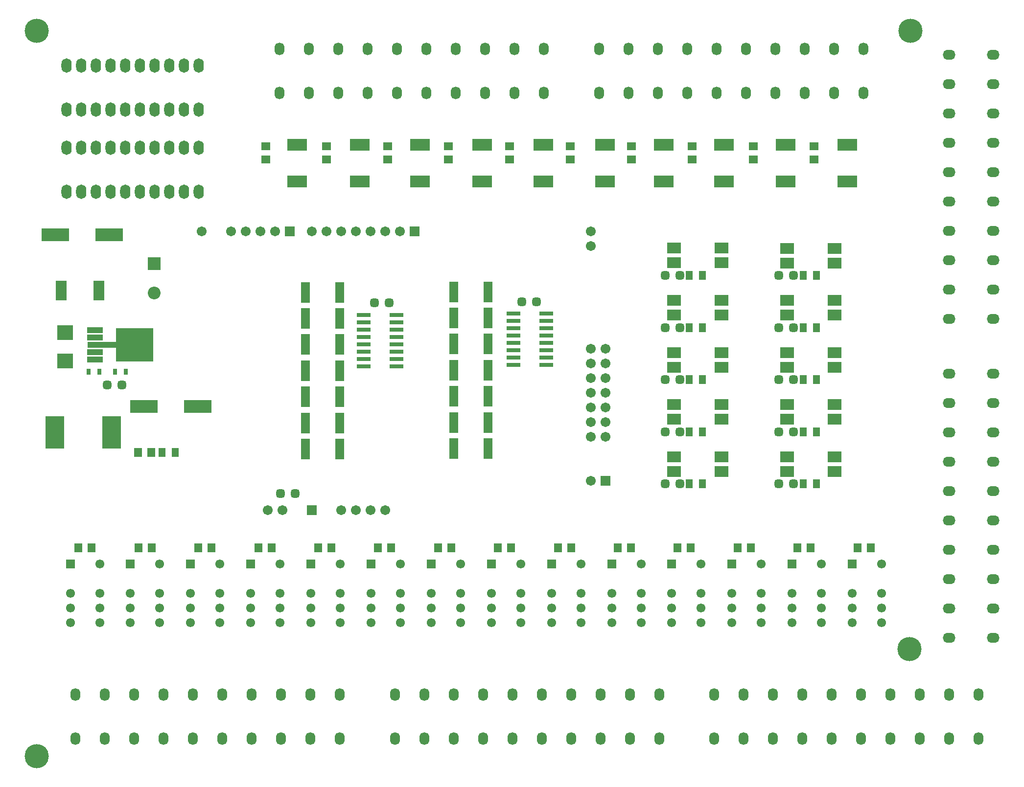
<source format=gts>
G04*
G04 #@! TF.GenerationSoftware,Altium Limited,Altium Designer,20.2.3 (150)*
G04*
G04 Layer_Color=8388736*
%FSTAX24Y24*%
%MOIN*%
G70*
G04*
G04 #@! TF.SameCoordinates,FD17E350-08D3-4DFF-A4DB-8DFB896FC0A1*
G04*
G04*
G04 #@! TF.FilePolarity,Negative*
G04*
G01*
G75*
%ADD39R,0.0780X0.1340*%
%ADD40R,0.1852X0.0907*%
%ADD41R,0.1104X0.0997*%
G04:AMPARAMS|DCode=42|XSize=58mil|YSize=58mil|CornerRadius=16.5mil|HoleSize=0mil|Usage=FLASHONLY|Rotation=180.000|XOffset=0mil|YOffset=0mil|HoleType=Round|Shape=RoundedRectangle|*
%AMROUNDEDRECTD42*
21,1,0.0580,0.0250,0,0,180.0*
21,1,0.0250,0.0580,0,0,180.0*
1,1,0.0330,-0.0125,0.0125*
1,1,0.0330,0.0125,0.0125*
1,1,0.0330,0.0125,-0.0125*
1,1,0.0330,-0.0125,-0.0125*
%
%ADD42ROUNDEDRECTD42*%
%ADD43R,0.0474X0.0630*%
%ADD44R,0.0580X0.0630*%
%ADD45R,0.0630X0.0580*%
%ADD46R,0.1379X0.0789*%
%ADD47R,0.0316X0.0434*%
%ADD48R,0.0946X0.0316*%
%ADD49R,0.1261X0.2206*%
%ADD50R,0.0926X0.0729*%
%ADD51R,0.1072X0.0391*%
%ADD52R,0.2533X0.2273*%
%ADD53R,0.2088X0.0391*%
%ADD54R,0.0608X0.1426*%
%ADD55R,0.0671X0.0671*%
%ADD56C,0.0671*%
%ADD57R,0.0671X0.0671*%
%ADD58C,0.1650*%
%ADD59O,0.0680X0.0867*%
%ADD60O,0.0867X0.0680*%
%ADD61C,0.0867*%
%ADD62R,0.0867X0.0867*%
%ADD63O,0.0700X0.0980*%
%ADD64C,0.0610*%
%ADD65R,0.0610X0.0610*%
D39*
X218183Y140405D02*
D03*
X215643D02*
D03*
D40*
X224928Y132527D02*
D03*
X221258D02*
D03*
X218884Y144227D02*
D03*
X215215D02*
D03*
D41*
X2159Y137543D02*
D03*
Y135637D02*
D03*
D42*
X23055Y1266D02*
D03*
X23155D02*
D03*
X25675Y12725D02*
D03*
X25775D02*
D03*
Y1308D02*
D03*
X25675D02*
D03*
X25775Y13435D02*
D03*
X25675D02*
D03*
Y1379D02*
D03*
X25775D02*
D03*
Y14145D02*
D03*
X25675D02*
D03*
X2645Y1308D02*
D03*
X2655D02*
D03*
Y13435D02*
D03*
X2645D02*
D03*
Y1379D02*
D03*
X2655D02*
D03*
Y14145D02*
D03*
X2645D02*
D03*
Y12725D02*
D03*
X2655D02*
D03*
X21975Y134D02*
D03*
X21875D02*
D03*
X248Y13965D02*
D03*
X247D02*
D03*
X23695Y1396D02*
D03*
X23795D02*
D03*
D43*
X2584Y12725D02*
D03*
X2593D02*
D03*
X2584Y1308D02*
D03*
X2593D02*
D03*
X2584Y13435D02*
D03*
X2593D02*
D03*
X2584Y1379D02*
D03*
X2593D02*
D03*
X2584Y14145D02*
D03*
X2593D02*
D03*
X2225Y1294D02*
D03*
X2234D02*
D03*
X26615Y12725D02*
D03*
X26705D02*
D03*
X26615Y1308D02*
D03*
X26705D02*
D03*
X26615Y13435D02*
D03*
X26705D02*
D03*
X26615Y1379D02*
D03*
X26705D02*
D03*
X26615Y14145D02*
D03*
X26705D02*
D03*
D44*
X21771Y1229D02*
D03*
X21681D02*
D03*
X22089D02*
D03*
X22179D02*
D03*
X22587D02*
D03*
X22497D02*
D03*
X22905D02*
D03*
X22995D02*
D03*
X23403D02*
D03*
X23313D02*
D03*
X23721D02*
D03*
X23811D02*
D03*
X24219D02*
D03*
X24129D02*
D03*
X24537D02*
D03*
X24627D02*
D03*
X25035D02*
D03*
X24945D02*
D03*
X25353D02*
D03*
X25443D02*
D03*
X25851D02*
D03*
X25761D02*
D03*
X26169D02*
D03*
X26259D02*
D03*
X26667D02*
D03*
X26577D02*
D03*
X26985D02*
D03*
X27075D02*
D03*
X22175Y1294D02*
D03*
X22085D02*
D03*
D45*
X229549Y150268D02*
D03*
Y149368D02*
D03*
X250299D02*
D03*
Y150268D02*
D03*
X233699D02*
D03*
Y149368D02*
D03*
X254449D02*
D03*
Y150268D02*
D03*
X237849D02*
D03*
Y149368D02*
D03*
X258599D02*
D03*
Y150268D02*
D03*
X241999D02*
D03*
Y149368D02*
D03*
X262749D02*
D03*
Y150268D02*
D03*
X246149D02*
D03*
Y149368D02*
D03*
X266899D02*
D03*
Y150268D02*
D03*
D46*
X26915Y15036D02*
D03*
Y14784D02*
D03*
X24845Y15036D02*
D03*
Y14784D02*
D03*
X26495Y15036D02*
D03*
Y14784D02*
D03*
X2443Y15036D02*
D03*
Y14784D02*
D03*
X26075Y15036D02*
D03*
Y14784D02*
D03*
X24005Y15036D02*
D03*
Y14784D02*
D03*
X25665Y15036D02*
D03*
Y14784D02*
D03*
X23595Y15036D02*
D03*
Y14784D02*
D03*
X25265Y15036D02*
D03*
Y14784D02*
D03*
X2317Y15036D02*
D03*
Y14784D02*
D03*
D47*
X220015Y1349D02*
D03*
X2193Y1349D02*
D03*
X218215Y1349D02*
D03*
X2175Y1349D02*
D03*
D48*
X246426Y13885D02*
D03*
Y13835D02*
D03*
Y13785D02*
D03*
Y13735D02*
D03*
Y13685D02*
D03*
Y13635D02*
D03*
Y13585D02*
D03*
Y13535D02*
D03*
X248674Y13885D02*
D03*
Y13835D02*
D03*
Y13785D02*
D03*
Y13735D02*
D03*
Y13685D02*
D03*
Y13635D02*
D03*
Y13585D02*
D03*
Y13535D02*
D03*
X238474Y13525D02*
D03*
Y13575D02*
D03*
Y13625D02*
D03*
Y13675D02*
D03*
Y13725D02*
D03*
Y13775D02*
D03*
Y13825D02*
D03*
Y13875D02*
D03*
X236226Y13525D02*
D03*
Y13575D02*
D03*
Y13625D02*
D03*
Y13675D02*
D03*
Y13725D02*
D03*
Y13775D02*
D03*
Y13825D02*
D03*
Y13875D02*
D03*
D49*
X215207Y130757D02*
D03*
X219066D02*
D03*
D50*
X260597Y14231D02*
D03*
Y14331D02*
D03*
X257369Y14231D02*
D03*
Y14331D02*
D03*
Y13975D02*
D03*
Y13875D02*
D03*
X260597Y13975D02*
D03*
Y13875D02*
D03*
Y1352D02*
D03*
Y1362D02*
D03*
X257369Y1352D02*
D03*
Y1362D02*
D03*
Y13265D02*
D03*
Y13165D02*
D03*
X260597Y13265D02*
D03*
Y13165D02*
D03*
Y1281D02*
D03*
Y1291D02*
D03*
X257369Y1281D02*
D03*
Y1291D02*
D03*
X265069Y1433D02*
D03*
Y1423D02*
D03*
X268297Y1433D02*
D03*
Y1423D02*
D03*
Y13875D02*
D03*
Y13975D02*
D03*
X265069Y13875D02*
D03*
Y13975D02*
D03*
Y1362D02*
D03*
Y1352D02*
D03*
X268297Y1362D02*
D03*
Y1352D02*
D03*
Y13165D02*
D03*
Y13265D02*
D03*
X265069Y13165D02*
D03*
Y13265D02*
D03*
Y1291D02*
D03*
Y1281D02*
D03*
X268297Y1291D02*
D03*
Y1281D02*
D03*
D51*
X217942Y136215D02*
D03*
Y135715D02*
D03*
Y137215D02*
D03*
Y137715D02*
D03*
D52*
X220627Y136715D02*
D03*
D53*
X21845D02*
D03*
D54*
X23225Y129618D02*
D03*
X234604D02*
D03*
X23225Y131399D02*
D03*
X234604D02*
D03*
X23225Y134961D02*
D03*
X234604D02*
D03*
X23225Y138523D02*
D03*
X234604D02*
D03*
X23225Y136742D02*
D03*
X234604D02*
D03*
X23225Y13318D02*
D03*
X234604D02*
D03*
X23225Y140304D02*
D03*
X234604D02*
D03*
X24235Y136774D02*
D03*
X244704D02*
D03*
X24235Y131431D02*
D03*
X244704D02*
D03*
X24235Y140337D02*
D03*
X244704D02*
D03*
X24235Y134993D02*
D03*
X244704D02*
D03*
X24235Y133212D02*
D03*
X244704D02*
D03*
X24235Y12965D02*
D03*
X244704D02*
D03*
X24235Y138556D02*
D03*
X244704D02*
D03*
D55*
X2327Y12545D02*
D03*
X2397Y14445D02*
D03*
X2312D02*
D03*
D56*
X2307Y12545D02*
D03*
X2297D02*
D03*
X2327Y14445D02*
D03*
X2337D02*
D03*
X2347D02*
D03*
X2357D02*
D03*
X2367D02*
D03*
X2377D02*
D03*
X2387D02*
D03*
X2272D02*
D03*
X2282D02*
D03*
X2292D02*
D03*
X2302D02*
D03*
X2347Y12545D02*
D03*
X2357D02*
D03*
X2367D02*
D03*
X2377D02*
D03*
X2517Y12745D02*
D03*
X2527Y13045D02*
D03*
X2517D02*
D03*
X2527Y13145D02*
D03*
X2517D02*
D03*
X2527Y13245D02*
D03*
X2517D02*
D03*
X2527Y13345D02*
D03*
X2517D02*
D03*
X2527Y13445D02*
D03*
X2517D02*
D03*
X2527Y13545D02*
D03*
X2517D02*
D03*
X2527Y13645D02*
D03*
X2517D02*
D03*
Y14345D02*
D03*
Y14445D02*
D03*
X2252D02*
D03*
D57*
X2527Y12745D02*
D03*
D58*
X21395Y15811D02*
D03*
X27347Y15812D02*
D03*
X21395Y10869D02*
D03*
X2734Y116D02*
D03*
D59*
X2305Y156897D02*
D03*
X2325D02*
D03*
X2345D02*
D03*
X2365D02*
D03*
X2385D02*
D03*
X2405D02*
D03*
X2425D02*
D03*
X2445D02*
D03*
X2305Y153897D02*
D03*
X2325D02*
D03*
X2345D02*
D03*
X2365D02*
D03*
X2385D02*
D03*
X2405D02*
D03*
X2425D02*
D03*
X2465D02*
D03*
Y156897D02*
D03*
X2445Y153897D02*
D03*
X2485D02*
D03*
Y156897D02*
D03*
X25225Y1569D02*
D03*
X25425D02*
D03*
X25625D02*
D03*
X25825D02*
D03*
X26025D02*
D03*
X26225D02*
D03*
X26425D02*
D03*
X26625D02*
D03*
X25225Y1539D02*
D03*
X25425D02*
D03*
X25625D02*
D03*
X25825D02*
D03*
X26025D02*
D03*
X26225D02*
D03*
X26425D02*
D03*
X26825D02*
D03*
Y1569D02*
D03*
X26625Y1539D02*
D03*
X27025D02*
D03*
Y1569D02*
D03*
X25635Y1099D02*
D03*
X25435D02*
D03*
X25235D02*
D03*
X25035D02*
D03*
X24835D02*
D03*
X24635D02*
D03*
X24435D02*
D03*
X24235D02*
D03*
X25635Y1129D02*
D03*
X25435D02*
D03*
X25235D02*
D03*
X25035D02*
D03*
X24835D02*
D03*
X24635D02*
D03*
X24435D02*
D03*
X24035D02*
D03*
Y1099D02*
D03*
X24235Y1129D02*
D03*
X23835D02*
D03*
Y1099D02*
D03*
X2166D02*
D03*
Y1129D02*
D03*
X2206D02*
D03*
X2186Y1099D02*
D03*
Y1129D02*
D03*
X2226D02*
D03*
X2246D02*
D03*
X2266D02*
D03*
X2286D02*
D03*
X2306D02*
D03*
X2326D02*
D03*
X2346D02*
D03*
X2206Y1099D02*
D03*
X2226D02*
D03*
X2246D02*
D03*
X2266D02*
D03*
X2286D02*
D03*
X2306D02*
D03*
X2326D02*
D03*
X2346D02*
D03*
X2781D02*
D03*
X2761D02*
D03*
X2741D02*
D03*
X2721D02*
D03*
X2701D02*
D03*
X2681D02*
D03*
X2661D02*
D03*
X2641D02*
D03*
X2781Y1129D02*
D03*
X2761D02*
D03*
X2741D02*
D03*
X2721D02*
D03*
X2701D02*
D03*
X2681D02*
D03*
X2661D02*
D03*
X2621D02*
D03*
Y1099D02*
D03*
X2641Y1129D02*
D03*
X2601D02*
D03*
Y1099D02*
D03*
D60*
X2791Y1565D02*
D03*
Y1545D02*
D03*
Y1525D02*
D03*
Y1505D02*
D03*
Y1485D02*
D03*
Y1465D02*
D03*
Y1445D02*
D03*
Y1425D02*
D03*
X2761Y1565D02*
D03*
Y1545D02*
D03*
Y1525D02*
D03*
Y1505D02*
D03*
Y1485D02*
D03*
Y1465D02*
D03*
Y1445D02*
D03*
Y1405D02*
D03*
X2791D02*
D03*
X2761Y1425D02*
D03*
Y1385D02*
D03*
X2791D02*
D03*
Y11675D02*
D03*
X2761D02*
D03*
Y12075D02*
D03*
X2791Y11875D02*
D03*
X2761D02*
D03*
Y12275D02*
D03*
Y12475D02*
D03*
Y12675D02*
D03*
Y12875D02*
D03*
Y13075D02*
D03*
Y13275D02*
D03*
Y13475D02*
D03*
X2791Y12075D02*
D03*
Y12275D02*
D03*
Y12475D02*
D03*
Y12675D02*
D03*
Y12875D02*
D03*
Y13075D02*
D03*
Y13275D02*
D03*
Y13475D02*
D03*
D61*
X221949Y14025D02*
D03*
D62*
Y14225D02*
D03*
D63*
X224Y15575D02*
D03*
Y15275D02*
D03*
X22Y15575D02*
D03*
X221D02*
D03*
X222D02*
D03*
X223D02*
D03*
Y15275D02*
D03*
X222D02*
D03*
X221D02*
D03*
X22D02*
D03*
X216Y15575D02*
D03*
X217D02*
D03*
X218D02*
D03*
X219D02*
D03*
Y15275D02*
D03*
X218D02*
D03*
X217D02*
D03*
X216D02*
D03*
X225Y15575D02*
D03*
Y15275D02*
D03*
Y14715D02*
D03*
Y15015D02*
D03*
X216Y14715D02*
D03*
X217D02*
D03*
X218D02*
D03*
X219D02*
D03*
Y15015D02*
D03*
X218D02*
D03*
X217D02*
D03*
X216D02*
D03*
X22Y14715D02*
D03*
X221D02*
D03*
X222D02*
D03*
X223D02*
D03*
Y15015D02*
D03*
X222D02*
D03*
X221D02*
D03*
X22D02*
D03*
X224Y14715D02*
D03*
Y15015D02*
D03*
D64*
X21825Y1218D02*
D03*
Y1198D02*
D03*
Y1188D02*
D03*
Y1178D02*
D03*
X21625Y1198D02*
D03*
Y1188D02*
D03*
Y1178D02*
D03*
X236731D02*
D03*
Y1188D02*
D03*
Y1198D02*
D03*
X238731Y1178D02*
D03*
Y1188D02*
D03*
Y1198D02*
D03*
Y1218D02*
D03*
X259212D02*
D03*
Y1198D02*
D03*
Y1188D02*
D03*
Y1178D02*
D03*
X257212Y1198D02*
D03*
Y1188D02*
D03*
Y1178D02*
D03*
X220346D02*
D03*
Y1188D02*
D03*
Y1198D02*
D03*
X222346Y1178D02*
D03*
Y1188D02*
D03*
Y1198D02*
D03*
Y1218D02*
D03*
X242827D02*
D03*
Y1198D02*
D03*
Y1188D02*
D03*
Y1178D02*
D03*
X240827Y1198D02*
D03*
Y1188D02*
D03*
Y1178D02*
D03*
X261308D02*
D03*
Y1188D02*
D03*
Y1198D02*
D03*
X263308Y1178D02*
D03*
Y1188D02*
D03*
Y1198D02*
D03*
Y1218D02*
D03*
X226442D02*
D03*
Y1198D02*
D03*
Y1188D02*
D03*
Y1178D02*
D03*
X224442Y1198D02*
D03*
Y1188D02*
D03*
Y1178D02*
D03*
X244923D02*
D03*
Y1188D02*
D03*
Y1198D02*
D03*
X246923Y1178D02*
D03*
Y1188D02*
D03*
Y1198D02*
D03*
Y1218D02*
D03*
X267404D02*
D03*
Y1198D02*
D03*
Y1188D02*
D03*
Y1178D02*
D03*
X265404Y1198D02*
D03*
Y1188D02*
D03*
Y1178D02*
D03*
X228538D02*
D03*
Y1188D02*
D03*
Y1198D02*
D03*
X230538Y1178D02*
D03*
Y1188D02*
D03*
Y1198D02*
D03*
Y1218D02*
D03*
X251019D02*
D03*
Y1198D02*
D03*
Y1188D02*
D03*
Y1178D02*
D03*
X249019Y1198D02*
D03*
Y1188D02*
D03*
Y1178D02*
D03*
X2695D02*
D03*
Y1188D02*
D03*
Y1198D02*
D03*
X2715Y1178D02*
D03*
Y1188D02*
D03*
Y1198D02*
D03*
Y1218D02*
D03*
X234635D02*
D03*
Y1198D02*
D03*
Y1188D02*
D03*
Y1178D02*
D03*
X232635Y1198D02*
D03*
Y1188D02*
D03*
Y1178D02*
D03*
X253115D02*
D03*
Y1188D02*
D03*
Y1198D02*
D03*
X255115Y1178D02*
D03*
Y1188D02*
D03*
Y1198D02*
D03*
Y1218D02*
D03*
D65*
X21625D02*
D03*
X236731D02*
D03*
X257212D02*
D03*
X220346D02*
D03*
X240827D02*
D03*
X261308D02*
D03*
X224442D02*
D03*
X244923D02*
D03*
X265404D02*
D03*
X228538D02*
D03*
X249019D02*
D03*
X2695D02*
D03*
X232635D02*
D03*
X253115D02*
D03*
M02*

</source>
